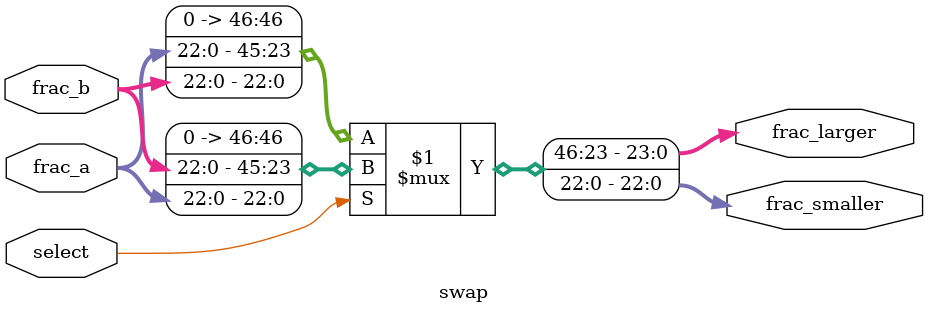
<source format=v>
module swap (
    input [22:0] frac_a,
    input [22:0] frac_b,
    input select,
    output [23:0] frac_larger,
    output [22:0] frac_smaller
);

    assign {frac_larger, frac_smaller} = select ? {1'b0, frac_b, frac_a} : {1'b0, frac_a, frac_b};

endmodule

</source>
